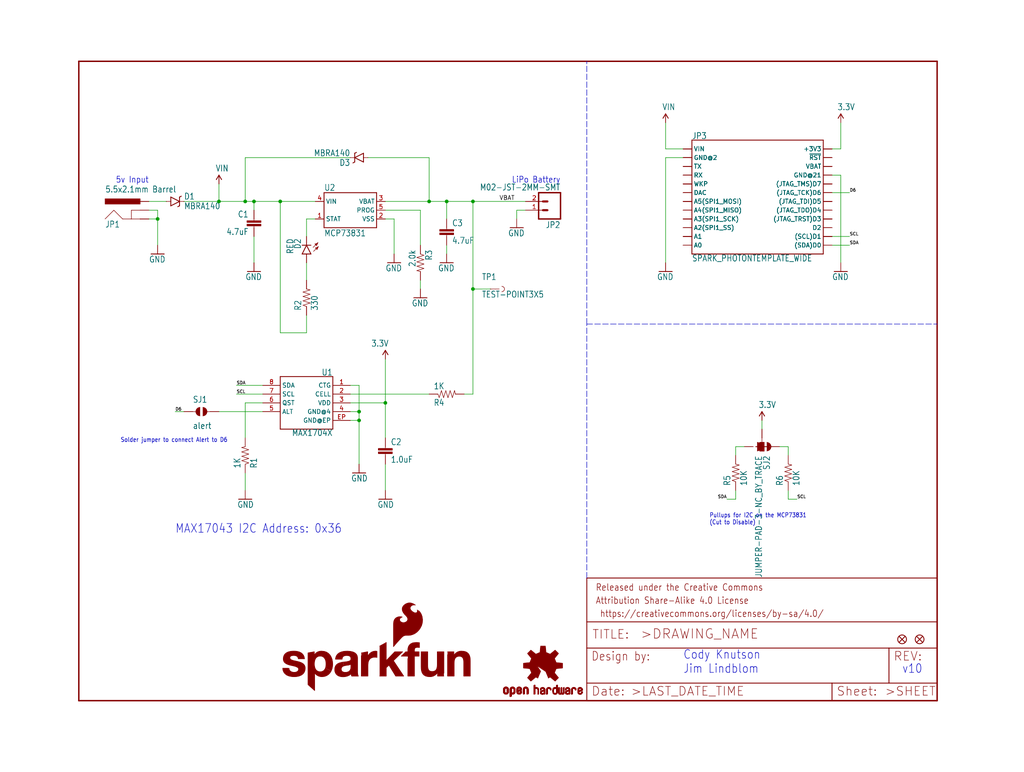
<source format=kicad_sch>
(kicad_sch (version 20211123) (generator eeschema)
  (paper "User" 297.002 223.926)
  (lib_symbols
    (symbol "eagleSchem-eagle-import:1.0UF-16V-10%(0603)"
      (property "Reference" "C" (at 1.524 2.921 0))
      (property "Value" "1.0UF-16V-10%(0603)" (at 1.524 -2.159 0))
      (symbol "1.0UF-16V-10%(0603)_1_0"
        (pin passive line (at 0 5.08 270) (length 2.54) (name "1") (number "1"))
        (pin passive line (at 0 -2.54 90) (length 2.54) (name "2") (number "2"))
      )
    )
    (symbol "eagleSchem-eagle-import:10KOHM-1{slash}10W-1%(0603)0603"
      (property "Reference" "R" (at -3.81 1.4986 0))
      (property "Value" "10KOHM-1{slash}10W-1%(0603)0603" (at -3.81 -3.302 0))
      (symbol "10KOHM-1{slash}10W-1%(0603)0603_1_0"
        (pin passive line (at -5.08 0 0) (length 2.54) (name "1") (number "1"))
        (pin passive line (at 5.08 0 180) (length 2.54) (name "2") (number "2"))
      )
    )
    (symbol "eagleSchem-eagle-import:1KOHM-1{slash}10W-1%(0603)"
      (property "Reference" "R" (at -3.81 1.4986 0))
      (property "Value" "1KOHM-1{slash}10W-1%(0603)" (at -3.81 -3.302 0))
      (symbol "1KOHM-1{slash}10W-1%(0603)_1_0"
        (pin passive line (at -5.08 0 0) (length 2.54) (name "1") (number "1"))
        (pin passive line (at 5.08 0 180) (length 2.54) (name "2") (number "2"))
      )
    )
    (symbol "eagleSchem-eagle-import:2.0KOHM1{slash}10W5%(0603)"
      (property "Reference" "R" (at -3.81 1.4986 0))
      (property "Value" "2.0KOHM1{slash}10W5%(0603)" (at -3.81 -3.302 0))
      (symbol "2.0KOHM1{slash}10W5%(0603)_1_0"
        (pin passive line (at -5.08 0 0) (length 2.54) (name "1") (number "1"))
        (pin passive line (at 5.08 0 180) (length 2.54) (name "2") (number "2"))
      )
    )
    (symbol "eagleSchem-eagle-import:3.3V" (power)
      (property "Value" "3.3V" (at -1.016 3.556 0))
      (symbol "3.3V_1_0"
        (pin power_in line (at 0 0 90) (length 2.54) (name "3.3V") (number "1"))
      )
    )
    (symbol "eagleSchem-eagle-import:330OHM1{slash}10W1%(0603)"
      (property "Reference" "R" (at -3.81 1.4986 0))
      (property "Value" "330OHM1{slash}10W1%(0603)" (at -3.81 -3.302 0))
      (symbol "330OHM1{slash}10W1%(0603)_1_0"
        (pin passive line (at -5.08 0 0) (length 2.54) (name "1") (number "1"))
        (pin passive line (at 5.08 0 180) (length 2.54) (name "2") (number "2"))
      )
    )
    (symbol "eagleSchem-eagle-import:4.7UF-6.3V-10%(0603)0603"
      (property "Reference" "C" (at 1.524 2.921 0))
      (property "Value" "4.7UF-6.3V-10%(0603)0603" (at 1.524 -2.159 0))
      (symbol "4.7UF-6.3V-10%(0603)0603_1_0"
        (pin passive line (at 0 5.08 270) (length 2.54) (name "1") (number "1"))
        (pin passive line (at 0 -2.54 90) (length 2.54) (name "2") (number "2"))
      )
    )
    (symbol "eagleSchem-eagle-import:DIODE-SCHOTTKY-MBRA140"
      (property "Reference" "D" (at 2.54 0.4826 0))
      (property "Value" "DIODE-SCHOTTKY-MBRA140" (at 2.54 -2.3114 0))
      (symbol "DIODE-SCHOTTKY-MBRA140_1_0"
        (pin passive line (at -2.54 0 0) (length 0) (name "A") (number "A"))
        (pin passive line (at 2.54 0 180) (length 0) (name "C") (number "C"))
      )
    )
    (symbol "eagleSchem-eagle-import:FIDUCIAL1X2")
    (symbol "eagleSchem-eagle-import:FRAME-LETTER"
      (symbol "FRAME-LETTER_2_0"
        (text " https://creativecommons.org/licenses/by-sa/4.0/" (at 2.54 24.13 0) (effects (font (size 1.9304 1.6408)) (justify left bottom)))
        (text ">DRAWING_NAME" (at 15.494 17.78 0) (effects (font (size 2.7432 2.7432)) (justify left bottom)))
        (text ">LAST_DATE_TIME" (at 12.7 1.27 0) (effects (font (size 2.54 2.54)) (justify left bottom)))
        (text ">SHEET" (at 86.36 1.27 0) (effects (font (size 2.54 2.54)) (justify left bottom)))
        (text "Attribution Share-Alike 4.0 License" (at 2.54 27.94 0) (effects (font (size 1.9304 1.6408)) (justify left bottom)))
        (text "Date:" (at 1.27 1.27 0) (effects (font (size 2.54 2.54)) (justify left bottom)))
        (text "Design by:" (at 1.27 11.43 0) (effects (font (size 2.54 2.159)) (justify left bottom)))
        (text "Released under the Creative Commons" (at 2.54 31.75 0) (effects (font (size 1.9304 1.6408)) (justify left bottom)))
        (text "REV:" (at 88.9 11.43 0) (effects (font (size 2.54 2.54)) (justify left bottom)))
        (text "Sheet:" (at 72.39 1.27 0) (effects (font (size 2.54 2.54)) (justify left bottom)))
        (text "TITLE:" (at 1.524 17.78 0) (effects (font (size 2.54 2.54)) (justify left bottom)))
      )
    )
    (symbol "eagleSchem-eagle-import:GND" (power)
      (property "Value" "GND" (at -2.54 -2.54 0))
      (symbol "GND_1_0"
        (pin power_in line (at 0 2.54 270) (length 2.54) (name "GND") (number "1"))
      )
    )
    (symbol "eagleSchem-eagle-import:JUMPER-PAD-2-NOYES_SILK"
      (property "Reference" "SJ" (at -2.54 2.54 0))
      (property "Value" "JUMPER-PAD-2-NOYES_SILK" (at -2.54 -5.08 0))
      (symbol "JUMPER-PAD-2-NOYES_SILK_1_0"
        (pin passive line (at -5.08 0 0) (length 2.54) (name "1") (number "1"))
        (pin passive line (at 5.08 0 180) (length 2.54) (name "2") (number "2"))
      )
    )
    (symbol "eagleSchem-eagle-import:JUMPER-PAD-3-NC_BY_TRACE"
      (property "Reference" "SJ" (at 2.54 0.381 0))
      (property "Value" "JUMPER-PAD-3-NC_BY_TRACE" (at 2.54 -1.905 0))
      (symbol "JUMPER-PAD-3-NC_BY_TRACE_1_0"
        (pin passive line (at 0 5.08 270) (length 2.54) (name "1") (number "1"))
        (pin passive line (at -5.08 0 0) (length 2.54) (name "2") (number "2"))
        (pin passive line (at 0 -5.08 90) (length 2.54) (name "3") (number "3"))
      )
    )
    (symbol "eagleSchem-eagle-import:LED-RED0603"
      (property "Reference" "D" (at 3.556 -4.572 90))
      (property "Value" "LED-RED0603" (at 5.715 -4.572 90))
      (symbol "LED-RED0603_1_0"
        (pin passive line (at 0 2.54 270) (length 2.54) (name "A") (number "A"))
        (pin passive line (at 0 -5.08 90) (length 2.54) (name "C") (number "C"))
      )
    )
    (symbol "eagleSchem-eagle-import:M02-JST-2MM-SMT"
      (property "Reference" "JP" (at -2.54 5.842 0))
      (property "Value" "M02-JST-2MM-SMT" (at -2.54 -5.08 0))
      (symbol "M02-JST-2MM-SMT_1_0"
        (pin passive line (at 7.62 2.54 180) (length 5.08) (name "2") (number "1"))
        (pin passive line (at 7.62 0 180) (length 5.08) (name "1") (number "2"))
      )
    )
    (symbol "eagleSchem-eagle-import:MAX1704X"
      (property "Reference" "U" (at -7.62 7.874 0))
      (property "Value" "MAX1704X" (at -7.62 -9.652 0))
      (symbol "MAX1704X_1_0"
        (pin bidirectional line (at -12.7 5.08 0) (length 5.08) (name "CTG") (number "1"))
        (pin bidirectional line (at -12.7 2.54 0) (length 5.08) (name "CELL") (number "2"))
        (pin bidirectional line (at -12.7 0 0) (length 5.08) (name "VDD") (number "3"))
        (pin bidirectional line (at -12.7 -2.54 0) (length 5.08) (name "GND@4") (number "4"))
        (pin bidirectional line (at 12.7 -2.54 180) (length 5.08) (name "ALT") (number "5"))
        (pin bidirectional line (at 12.7 0 180) (length 5.08) (name "QST") (number "6"))
        (pin bidirectional line (at 12.7 2.54 180) (length 5.08) (name "SCL") (number "7"))
        (pin bidirectional line (at 12.7 5.08 180) (length 5.08) (name "SDA") (number "8"))
        (pin bidirectional line (at -12.7 -5.08 0) (length 5.08) (name "GND@EP") (number "EP"))
      )
    )
    (symbol "eagleSchem-eagle-import:MCP73831"
      (property "Reference" "U" (at -7.62 5.588 0))
      (property "Value" "MCP73831" (at -7.62 -7.62 0))
      (symbol "MCP73831_1_0"
        (pin output line (at -10.16 -2.54 0) (length 2.54) (name "STAT") (number "1"))
        (pin power_in line (at 10.16 -2.54 180) (length 2.54) (name "VSS") (number "2"))
        (pin power_in line (at 10.16 2.54 180) (length 2.54) (name "VBAT") (number "3"))
        (pin power_in line (at -10.16 2.54 0) (length 2.54) (name "VIN") (number "4"))
        (pin input line (at 10.16 0 180) (length 2.54) (name "PROG") (number "5"))
      )
    )
    (symbol "eagleSchem-eagle-import:OSHW-LOGOS")
    (symbol "eagleSchem-eagle-import:POWER_JACKSMD"
      (property "Reference" "JP" (at -10.16 0 0))
      (property "Value" "POWER_JACKSMD" (at -10.16 10.16 0))
      (symbol "POWER_JACKSMD_1_0"
        (pin bidirectional line (at 2.54 5.08 180) (length 2.54) (name "GNDBREAK") (number "GND"))
        (pin bidirectional line (at 2.54 2.54 180) (length 2.54) (name "GND") (number "P$4"))
        (pin bidirectional line (at 2.54 7.62 180) (length 2.54) (name "PWR") (number "VIN0"))
      )
    )
    (symbol "eagleSchem-eagle-import:SFE_LOGO_NAME_FLAME.1_INCH")
    (symbol "eagleSchem-eagle-import:SPARK_PHOTONTEMPLATE_WIDE"
      (property "Reference" "JP" (at -20.32 18.034 0))
      (property "Value" "SPARK_PHOTONTEMPLATE_WIDE" (at -20.32 -15.494 0))
      (symbol "SPARK_PHOTONTEMPLATE_WIDE_1_0"
        (pin bidirectional line (at -22.86 15.24 0) (length 2.54) (name "VIN") (number "1"))
        (pin bidirectional line (at -22.86 -7.62 0) (length 2.54) (name "A2(SPI1_SS)") (number "10"))
        (pin bidirectional line (at -22.86 -10.16 0) (length 2.54) (name "A1") (number "11"))
        (pin bidirectional line (at -22.86 -12.7 0) (length 2.54) (name "A0") (number "12"))
        (pin bidirectional line (at 20.32 -12.7 180) (length 2.54) (name "(SDA)D0") (number "13"))
        (pin bidirectional line (at 20.32 -10.16 180) (length 2.54) (name "(SCL)D1") (number "14"))
        (pin bidirectional line (at 20.32 -7.62 180) (length 2.54) (name "D2") (number "15"))
        (pin bidirectional line (at 20.32 -5.08 180) (length 2.54) (name "(JTAG_TRST)D3") (number "16"))
        (pin bidirectional line (at 20.32 -2.54 180) (length 2.54) (name "(JTAG_TDO)D4") (number "17"))
        (pin bidirectional line (at 20.32 0 180) (length 2.54) (name "(JTAG_TDI)D5") (number "18"))
        (pin bidirectional line (at 20.32 2.54 180) (length 2.54) (name "(JTAG_TCK)D6") (number "19"))
        (pin bidirectional line (at -22.86 12.7 0) (length 2.54) (name "GND@2") (number "2"))
        (pin bidirectional line (at 20.32 5.08 180) (length 2.54) (name "(JTAG_TMS)D7") (number "20"))
        (pin bidirectional line (at 20.32 7.62 180) (length 2.54) (name "GND@21") (number "21"))
        (pin bidirectional line (at 20.32 10.16 180) (length 2.54) (name "VBAT") (number "22"))
        (pin bidirectional line (at 20.32 12.7 180) (length 2.54) (name "~{RST}") (number "23"))
        (pin bidirectional line (at 20.32 15.24 180) (length 2.54) (name "+3V3") (number "24"))
        (pin bidirectional line (at -22.86 10.16 0) (length 2.54) (name "TX") (number "3"))
        (pin bidirectional line (at 20.32 15.24 180) (length 2.54) (name "+3V3") (number "3V3"))
        (pin bidirectional line (at -22.86 7.62 0) (length 2.54) (name "RX") (number "4"))
        (pin bidirectional line (at -22.86 5.08 0) (length 2.54) (name "WKP") (number "5"))
        (pin bidirectional line (at -22.86 2.54 0) (length 2.54) (name "DAC") (number "6"))
        (pin bidirectional line (at -22.86 0 0) (length 2.54) (name "A5(SPI1_MOSI)") (number "7"))
        (pin bidirectional line (at -22.86 -2.54 0) (length 2.54) (name "A4(SPI1_MISO)") (number "8"))
        (pin bidirectional line (at -22.86 -5.08 0) (length 2.54) (name "A3(SPI1_SCK)") (number "9"))
        (pin bidirectional line (at -22.86 -12.7 0) (length 2.54) (name "A0") (number "A0"))
        (pin bidirectional line (at -22.86 -10.16 0) (length 2.54) (name "A1") (number "A1"))
        (pin bidirectional line (at -22.86 -7.62 0) (length 2.54) (name "A2(SPI1_SS)") (number "A2"))
        (pin bidirectional line (at -22.86 -5.08 0) (length 2.54) (name "A3(SPI1_SCK)") (number "A3"))
        (pin bidirectional line (at -22.86 -2.54 0) (length 2.54) (name "A4(SPI1_MISO)") (number "A4"))
        (pin bidirectional line (at -22.86 0 0) (length 2.54) (name "A5(SPI1_MOSI)") (number "A5"))
        (pin bidirectional line (at 20.32 -12.7 180) (length 2.54) (name "(SDA)D0") (number "D0"))
        (pin bidirectional line (at 20.32 -10.16 180) (length 2.54) (name "(SCL)D1") (number "D1"))
        (pin bidirectional line (at 20.32 -7.62 180) (length 2.54) (name "D2") (number "D2"))
        (pin bidirectional line (at 20.32 -5.08 180) (length 2.54) (name "(JTAG_TRST)D3") (number "D3"))
        (pin bidirectional line (at 20.32 -2.54 180) (length 2.54) (name "(JTAG_TDO)D4") (number "D4"))
        (pin bidirectional line (at 20.32 0 180) (length 2.54) (name "(JTAG_TDI)D5") (number "D5"))
        (pin bidirectional line (at 20.32 2.54 180) (length 2.54) (name "(JTAG_TCK)D6") (number "D6"))
        (pin bidirectional line (at 20.32 5.08 180) (length 2.54) (name "(JTAG_TMS)D7") (number "D7"))
        (pin bidirectional line (at -22.86 2.54 0) (length 2.54) (name "DAC") (number "DAC"))
        (pin bidirectional line (at -22.86 12.7 0) (length 2.54) (name "GND@2") (number "GND@0"))
        (pin bidirectional line (at 20.32 7.62 180) (length 2.54) (name "GND@21") (number "GND@2"))
        (pin bidirectional line (at 20.32 12.7 180) (length 2.54) (name "~{RST}") (number "RST"))
        (pin bidirectional line (at -22.86 7.62 0) (length 2.54) (name "RX") (number "RX"))
        (pin bidirectional line (at -22.86 10.16 0) (length 2.54) (name "TX") (number "TX"))
        (pin bidirectional line (at 20.32 10.16 180) (length 2.54) (name "VBAT") (number "VBAT"))
        (pin bidirectional line (at -22.86 15.24 0) (length 2.54) (name "VIN") (number "VIN"))
        (pin bidirectional line (at -22.86 5.08 0) (length 2.54) (name "WKP") (number "WKP"))
      )
    )
    (symbol "eagleSchem-eagle-import:TEST-POINT3X5"
      (property "Reference" "TP" (at -2.54 2.54 0))
      (property "Value" "TEST-POINT3X5" (at -2.54 -2.54 0))
      (symbol "TEST-POINT3X5_1_0"
        (pin bidirectional line (at 0 0 180) (length 0) (name "1") (number "P$1"))
      )
    )
    (symbol "eagleSchem-eagle-import:VIN" (power)
      (property "Value" "VIN" (at -1.016 3.556 0))
      (symbol "VIN_1_0"
        (pin power_in line (at 0 0 90) (length 2.54) (name "VIN") (number "1"))
      )
    )
  )
  (junction (at 81.28 58.42))
  (junction (at 137.16 83.82))
  (junction (at 104.14 119.38))
  (junction (at 104.14 121.92))
  (junction (at 71.12 58.42))
  (junction (at 111.76 116.84))
  (junction (at 45.72 63.5))
  (junction (at 73.66 58.42))
  (junction (at 137.16 58.42))
  (junction (at 63.5 58.42))
  (junction (at 129.54 58.42))
  (junction (at 124.46 58.42))
  (wire (pts (xy 45.72 60.96) (xy 45.72 63.5)))
  (wire (pts (xy 111.76 134.62) (xy 111.76 142.24)))
  (wire (pts (xy 71.12 116.84) (xy 71.12 127)))
  (wire (pts (xy 101.6 45.72) (xy 71.12 45.72)))
  (wire (pts (xy 129.54 71.12) (xy 129.54 73.66)))
  (wire (pts (xy 124.46 58.42) (xy 129.54 58.42)))
  (wire (pts (xy 43.18 58.42) (xy 48.26 58.42)))
  (wire (pts (xy 137.16 58.42) (xy 129.54 58.42)))
  (wire (pts (xy 81.28 96.52) (xy 88.9 96.52)))
  (wire (pts (xy 76.2 116.84) (xy 71.12 116.84)))
  (wire (pts (xy 101.6 121.92) (xy 104.14 121.92)))
  (wire (pts (xy 213.36 144.78) (xy 210.82 144.78)))
  (wire (pts (xy 106.68 45.72) (xy 124.46 45.72)))
  (wire (pts (xy 76.2 111.76) (xy 68.58 111.76)))
  (wire (pts (xy 81.28 58.42) (xy 73.66 58.42)))
  (wire (pts (xy 45.72 63.5) (xy 45.72 71.12)))
  (wire (pts (xy 104.14 119.38) (xy 104.14 121.92)))
  (wire (pts (xy 71.12 45.72) (xy 71.12 58.42)))
  (wire (pts (xy 53.34 119.38) (xy 50.8 119.38)))
  (wire (pts (xy 243.84 43.18) (xy 243.84 35.56)))
  (wire (pts (xy 213.36 129.54) (xy 215.9 129.54)))
  (wire (pts (xy 101.6 111.76) (xy 104.14 111.76)))
  (wire (pts (xy 228.6 129.54) (xy 228.6 132.08)))
  (wire (pts (xy 193.04 43.18) (xy 193.04 35.56)))
  (wire (pts (xy 104.14 121.92) (xy 104.14 134.62)))
  (polyline (pts (xy 170.18 167.64) (xy 170.18 93.98)))
  (wire (pts (xy 137.16 58.42) (xy 137.16 83.82)))
  (wire (pts (xy 226.06 129.54) (xy 228.6 129.54)))
  (wire (pts (xy 137.16 83.82) (xy 137.16 114.3)))
  (wire (pts (xy 241.3 71.12) (xy 246.38 71.12)))
  (wire (pts (xy 228.6 142.24) (xy 228.6 144.78)))
  (wire (pts (xy 111.76 127) (xy 111.76 116.84)))
  (wire (pts (xy 198.12 45.72) (xy 193.04 45.72)))
  (wire (pts (xy 71.12 58.42) (xy 73.66 58.42)))
  (polyline (pts (xy 170.18 93.98) (xy 271.78 93.98)))
  (wire (pts (xy 149.86 60.96) (xy 149.86 63.5)))
  (wire (pts (xy 129.54 58.42) (xy 129.54 63.5)))
  (wire (pts (xy 76.2 114.3) (xy 68.58 114.3)))
  (wire (pts (xy 241.3 68.58) (xy 246.38 68.58)))
  (wire (pts (xy 88.9 63.5) (xy 91.44 63.5)))
  (wire (pts (xy 241.3 43.18) (xy 243.84 43.18)))
  (wire (pts (xy 228.6 144.78) (xy 231.14 144.78)))
  (wire (pts (xy 241.3 50.8) (xy 243.84 50.8)))
  (wire (pts (xy 63.5 58.42) (xy 71.12 58.42)))
  (wire (pts (xy 63.5 58.42) (xy 63.5 53.34)))
  (wire (pts (xy 111.76 58.42) (xy 124.46 58.42)))
  (wire (pts (xy 88.9 68.58) (xy 88.9 63.5)))
  (wire (pts (xy 220.98 124.46) (xy 220.98 121.92)))
  (wire (pts (xy 124.46 45.72) (xy 124.46 58.42)))
  (wire (pts (xy 241.3 55.88) (xy 246.38 55.88)))
  (wire (pts (xy 111.76 63.5) (xy 114.3 63.5)))
  (wire (pts (xy 71.12 137.16) (xy 71.12 142.24)))
  (wire (pts (xy 243.84 50.8) (xy 243.84 76.2)))
  (wire (pts (xy 111.76 60.96) (xy 121.92 60.96)))
  (wire (pts (xy 101.6 119.38) (xy 104.14 119.38)))
  (wire (pts (xy 76.2 119.38) (xy 63.5 119.38)))
  (wire (pts (xy 213.36 142.24) (xy 213.36 144.78)))
  (wire (pts (xy 88.9 96.52) (xy 88.9 91.44)))
  (wire (pts (xy 73.66 76.2) (xy 73.66 68.58)))
  (wire (pts (xy 193.04 45.72) (xy 193.04 76.2)))
  (wire (pts (xy 73.66 58.42) (xy 73.66 60.96)))
  (polyline (pts (xy 170.18 93.98) (xy 170.18 17.78)))
  (wire (pts (xy 88.9 81.28) (xy 88.9 76.2)))
  (wire (pts (xy 81.28 58.42) (xy 81.28 96.52)))
  (wire (pts (xy 43.18 60.96) (xy 45.72 60.96)))
  (wire (pts (xy 121.92 60.96) (xy 121.92 71.12)))
  (wire (pts (xy 142.24 83.82) (xy 137.16 83.82)))
  (wire (pts (xy 81.28 58.42) (xy 91.44 58.42)))
  (wire (pts (xy 104.14 111.76) (xy 104.14 119.38)))
  (wire (pts (xy 121.92 83.82) (xy 121.92 81.28)))
  (wire (pts (xy 213.36 132.08) (xy 213.36 129.54)))
  (wire (pts (xy 198.12 43.18) (xy 193.04 43.18)))
  (wire (pts (xy 114.3 63.5) (xy 114.3 73.66)))
  (wire (pts (xy 43.18 63.5) (xy 45.72 63.5)))
  (wire (pts (xy 124.46 114.3) (xy 101.6 114.3)))
  (wire (pts (xy 137.16 114.3) (xy 134.62 114.3)))
  (wire (pts (xy 149.86 60.96) (xy 152.4 60.96)))
  (wire (pts (xy 111.76 116.84) (xy 111.76 104.14)))
  (wire (pts (xy 53.34 58.42) (xy 63.5 58.42)))
  (wire (pts (xy 101.6 116.84) (xy 111.76 116.84)))
  (wire (pts (xy 137.16 58.42) (xy 152.4 58.42)))
  (text "v10" (at 261.62 195.58 180) (effects (font (size 2.54 2.159)) (justify left bottom)))
  (text "MAX17043 I2C Address: 0x36" (at 50.8 154.94 180) (effects (font (size 2.54 2.159)) (justify left bottom)))
  (text "5v Input" (at 43.18 53.34 180) (effects (font (size 1.778 1.5113)) (justify right bottom)))
  (text "Solder jumper to connect Alert to D6" (at 66.04 127 180) (effects (font (size 1.27 1.0795)) (justify right top)))
  (text "Pullups for I2C on the MCP73831\n(Cut to Disable)" (at 205.74 152.4 180) (effects (font (size 1.27 1.0795)) (justify left bottom)))
  (text "LiPo Battery" (at 162.56 53.34 180) (effects (font (size 1.778 1.5113)) (justify right bottom)))
  (text "Cody Knutson\nJim Lindblom" (at 198.12 195.58 180) (effects (font (size 2.54 2.159)) (justify left bottom)))
  (label "SCL" (at 246.38 68.58 0) (effects (font (size 0.889 0.889))))
  (label "D6" (at 246.38 55.88 0) (effects (font (size 0.889 0.889))))
  (label "D6" (at 50.8 119.38 0) (effects (font (size 0.889 0.889))))
  (label "SCL" (at 68.58 114.3 0) (effects (font (size 0.889 0.889))))
  (label "SCL" (at 231.14 144.78 0) (effects (font (size 0.889 0.889))))
  (label "VBAT" (at 144.78 58.42 0) (effects (font (size 1.2446 1.2446))))
  (label "SDA" (at 246.38 71.12 0) (effects (font (size 0.889 0.889))))
  (label "SDA" (at 68.58 111.76 0) (effects (font (size 0.889 0.889))))
  (label "SDA" (at 210.82 144.78 180) (effects (font (size 0.889 0.889))))
  (symbol (lib_id "eagleSchem-eagle-import:GND") (at 129.54 76.2 0) (unit 1)
    (property "Reference" "#GND8" (effects hide))
    (property "Value" "GND" (at 127 78.74 0) (effects (font (size 1.778 1.5113)) (justify left bottom)))
    (property "Footprint" "eagleSchem:" (effects hide))
  )
  (symbol (lib_id "eagleSchem-eagle-import:GND") (at 73.66 78.74 0) (unit 1)
    (property "Reference" "#GND3" (effects hide))
    (property "Value" "GND" (at 71.12 81.28 0) (effects (font (size 1.778 1.5113)) (justify left bottom)))
    (property "Footprint" "eagleSchem:" (effects hide))
  )
  (symbol (lib_id "eagleSchem-eagle-import:M02-JST-2MM-SMT") (at 160.02 58.42 180) (unit 1)
    (property "Reference" "JP2" (at 162.56 64.262 0) (effects (font (size 1.778 1.5113)) (justify left bottom)))
    (property "Value" "M02-JST-2MM-SMT" (at 162.56 53.34 0) (effects (font (size 1.778 1.5113)) (justify left bottom)))
    (property "Footprint" "eagleSchem:JST-2-SMD" (effects hide))
  )
  (symbol (lib_id "eagleSchem-eagle-import:JUMPER-PAD-3-NC_BY_TRACE") (at 220.98 129.54 270) (unit 1)
    (property "Reference" "SJ2" (at 221.361 132.08 0) (effects (font (size 1.778 1.5113)) (justify left bottom)))
    (property "Value" "JUMPER-PAD-3-NC_BY_TRACE" (at 219.075 132.08 0) (effects (font (size 1.778 1.5113)) (justify left bottom)))
    (property "Footprint" "eagleSchem:PAD-JUMPER-3-3OF3_NC_BY_TRACE_YES_SILK_FULL_BOX" (effects hide))
  )
  (symbol (lib_id "eagleSchem-eagle-import:VIN") (at 193.04 35.56 0) (unit 1)
    (property "Reference" "#SUPPLY3" (effects hide))
    (property "Value" "VIN" (at 192.024 32.004 0) (effects (font (size 1.778 1.5113)) (justify left bottom)))
    (property "Footprint" "eagleSchem:" (effects hide))
  )
  (symbol (lib_id "eagleSchem-eagle-import:3.3V") (at 111.76 104.14 0) (mirror y) (unit 1)
    (property "Reference" "#SUPPLY2" (effects hide))
    (property "Value" "3.3V" (at 112.776 100.584 0) (effects (font (size 1.778 1.5113)) (justify left bottom)))
    (property "Footprint" "eagleSchem:" (effects hide))
  )
  (symbol (lib_id "eagleSchem-eagle-import:TEST-POINT3X5") (at 142.24 83.82 0) (unit 1)
    (property "Reference" "TP1" (at 139.7 81.28 0) (effects (font (size 1.778 1.5113)) (justify left bottom)))
    (property "Value" "TEST-POINT3X5" (at 139.7 86.36 0) (effects (font (size 1.778 1.5113)) (justify left bottom)))
    (property "Footprint" "eagleSchem:PAD.03X.05" (effects hide))
  )
  (symbol (lib_id "eagleSchem-eagle-import:VIN") (at 63.5 53.34 0) (unit 1)
    (property "Reference" "#SUPPLY1" (effects hide))
    (property "Value" "VIN" (at 62.484 49.784 0) (effects (font (size 1.778 1.5113)) (justify left bottom)))
    (property "Footprint" "eagleSchem:" (effects hide))
  )
  (symbol (lib_id "eagleSchem-eagle-import:2.0KOHM1{slash}10W5%(0603)") (at 121.92 76.2 270) (unit 1)
    (property "Reference" "R3" (at 123.4186 72.39 0) (effects (font (size 1.778 1.5113)) (justify left bottom)))
    (property "Value" "2.0k" (at 118.618 72.39 0) (effects (font (size 1.778 1.5113)) (justify left bottom)))
    (property "Footprint" "eagleSchem:0603-RES" (effects hide))
  )
  (symbol (lib_id "eagleSchem-eagle-import:SPARK_PHOTONTEMPLATE_WIDE") (at 220.98 58.42 0) (unit 1)
    (property "Reference" "JP3" (at 200.66 40.386 0) (effects (font (size 1.778 1.5113)) (justify left bottom)))
    (property "Value" "SPARK_PHOTONTEMPLATE_WIDE" (at 200.66 73.914 0) (effects (font (size 1.778 1.5113)) (justify left top)))
    (property "Footprint" "eagleSchem:SPARK_PHOTON_TEMPLATE_WIDE" (effects hide))
  )
  (symbol (lib_id "eagleSchem-eagle-import:DIODE-SCHOTTKY-MBRA140") (at 50.8 58.42 0) (unit 1)
    (property "Reference" "D1" (at 53.34 57.9374 0) (effects (font (size 1.778 1.5113)) (justify left bottom)))
    (property "Value" "MBRA140" (at 53.34 60.7314 0) (effects (font (size 1.778 1.5113)) (justify left bottom)))
    (property "Footprint" "eagleSchem:SMA-DIODE" (effects hide))
  )
  (symbol (lib_id "eagleSchem-eagle-import:FRAME-LETTER") (at 170.18 203.2 0) (unit 2)
    (property "Reference" "FRAME1" (effects hide))
    (property "Value" "FRAME-LETTER" (effects hide))
    (property "Footprint" "eagleSchem:CREATIVE_COMMONS" (effects hide))
  )
  (symbol (lib_id "eagleSchem-eagle-import:330OHM1{slash}10W1%(0603)") (at 88.9 86.36 90) (unit 1)
    (property "Reference" "R2" (at 87.4014 90.17 0) (effects (font (size 1.778 1.5113)) (justify left bottom)))
    (property "Value" "330" (at 92.202 90.17 0) (effects (font (size 1.778 1.5113)) (justify left bottom)))
    (property "Footprint" "eagleSchem:0603-RES" (effects hide))
  )
  (symbol (lib_id "eagleSchem-eagle-import:GND") (at 114.3 76.2 0) (unit 1)
    (property "Reference" "#GND6" (effects hide))
    (property "Value" "GND" (at 111.76 78.74 0) (effects (font (size 1.778 1.5113)) (justify left bottom)))
    (property "Footprint" "eagleSchem:" (effects hide))
  )
  (symbol (lib_id "eagleSchem-eagle-import:4.7UF-6.3V-10%(0603)0603") (at 129.54 68.58 0) (unit 1)
    (property "Reference" "C3" (at 131.064 65.659 0) (effects (font (size 1.778 1.5113)) (justify left bottom)))
    (property "Value" "4.7uF" (at 131.064 70.739 0) (effects (font (size 1.778 1.5113)) (justify left bottom)))
    (property "Footprint" "eagleSchem:0603-CAP" (effects hide))
  )
  (symbol (lib_id "eagleSchem-eagle-import:1KOHM-1{slash}10W-1%(0603)") (at 71.12 132.08 270) (mirror x) (unit 1)
    (property "Reference" "R1" (at 72.6186 135.89 0) (effects (font (size 1.778 1.5113)) (justify left bottom)))
    (property "Value" "1K" (at 67.818 135.89 0) (effects (font (size 1.778 1.5113)) (justify left bottom)))
    (property "Footprint" "eagleSchem:0603-RES" (effects hide))
  )
  (symbol (lib_id "eagleSchem-eagle-import:GND") (at 111.76 144.78 0) (mirror y) (unit 1)
    (property "Reference" "#GND5" (effects hide))
    (property "Value" "GND" (at 114.3 147.32 0) (effects (font (size 1.778 1.5113)) (justify left bottom)))
    (property "Footprint" "eagleSchem:" (effects hide))
  )
  (symbol (lib_id "eagleSchem-eagle-import:GND") (at 121.92 86.36 0) (unit 1)
    (property "Reference" "#GND7" (effects hide))
    (property "Value" "GND" (at 119.38 88.9 0) (effects (font (size 1.778 1.5113)) (justify left bottom)))
    (property "Footprint" "eagleSchem:" (effects hide))
  )
  (symbol (lib_id "eagleSchem-eagle-import:SFE_LOGO_NAME_FLAME.1_INCH") (at 81.28 200.66 0) (unit 1)
    (property "Reference" "LOGO3" (effects hide))
    (property "Value" "SFE_LOGO_NAME_FLAME.1_INCH" (effects hide))
    (property "Footprint" "eagleSchem:SFE_LOGO_NAME_FLAME_.1" (effects hide))
  )
  (symbol (lib_id "eagleSchem-eagle-import:10KOHM-1{slash}10W-1%(0603)0603") (at 228.6 137.16 90) (unit 1)
    (property "Reference" "R6" (at 227.1014 140.97 0) (effects (font (size 1.778 1.5113)) (justify left bottom)))
    (property "Value" "10K" (at 231.902 140.97 0) (effects (font (size 1.778 1.5113)) (justify left bottom)))
    (property "Footprint" "eagleSchem:0603-RES" (effects hide))
  )
  (symbol (lib_id "eagleSchem-eagle-import:GND") (at 45.72 73.66 0) (unit 1)
    (property "Reference" "#GND1" (effects hide))
    (property "Value" "GND" (at 43.18 76.2 0) (effects (font (size 1.778 1.5113)) (justify left bottom)))
    (property "Footprint" "eagleSchem:" (effects hide))
  )
  (symbol (lib_id "eagleSchem-eagle-import:FIDUCIAL1X2") (at 261.62 185.42 0) (unit 1)
    (property "Reference" "FID1" (effects hide))
    (property "Value" "FIDUCIAL1X2" (effects hide))
    (property "Footprint" "eagleSchem:FIDUCIAL-1X2" (effects hide))
  )
  (symbol (lib_id "eagleSchem-eagle-import:POWER_JACKSMD") (at 40.64 66.04 0) (unit 1)
    (property "Reference" "JP1" (at 30.48 66.04 0) (effects (font (size 1.778 1.5113)) (justify left bottom)))
    (property "Value" "5.5x2.1mm Barrel" (at 30.48 55.88 0) (effects (font (size 1.778 1.5113)) (justify left bottom)))
    (property "Footprint" "eagleSchem:POWER_JACK_SMD" (effects hide))
  )
  (symbol (lib_id "eagleSchem-eagle-import:4.7UF-6.3V-10%(0603)0603") (at 73.66 66.04 0) (mirror y) (unit 1)
    (property "Reference" "C1" (at 72.136 63.119 0) (effects (font (size 1.778 1.5113)) (justify left bottom)))
    (property "Value" "4.7uF" (at 72.136 68.199 0) (effects (font (size 1.778 1.5113)) (justify left bottom)))
    (property "Footprint" "eagleSchem:0603-CAP" (effects hide))
  )
  (symbol (lib_id "eagleSchem-eagle-import:GND") (at 104.14 137.16 0) (mirror y) (unit 1)
    (property "Reference" "#GND4" (effects hide))
    (property "Value" "GND" (at 106.68 139.7 0) (effects (font (size 1.778 1.5113)) (justify left bottom)))
    (property "Footprint" "eagleSchem:" (effects hide))
  )
  (symbol (lib_id "eagleSchem-eagle-import:OSHW-LOGOS") (at 157.48 193.04 0) (unit 1)
    (property "Reference" "LOGO2" (effects hide))
    (property "Value" "OSHW-LOGOS" (effects hide))
    (property "Footprint" "eagleSchem:OSHW-LOGO-S" (effects hide))
  )
  (symbol (lib_id "eagleSchem-eagle-import:10KOHM-1{slash}10W-1%(0603)0603") (at 213.36 137.16 90) (unit 1)
    (property "Reference" "R5" (at 211.8614 140.97 0) (effects (font (size 1.778 1.5113)) (justify left bottom)))
    (property "Value" "10K" (at 216.662 140.97 0) (effects (font (size 1.778 1.5113)) (justify left bottom)))
    (property "Footprint" "eagleSchem:0603-RES" (effects hide))
  )
  (symbol (lib_id "eagleSchem-eagle-import:1KOHM-1{slash}10W-1%(0603)") (at 129.54 114.3 0) (mirror x) (unit 1)
    (property "Reference" "R4" (at 125.73 115.7986 0) (effects (font (size 1.778 1.5113)) (justify left bottom)))
    (property "Value" "1K" (at 125.73 110.998 0) (effects (font (size 1.778 1.5113)) (justify left bottom)))
    (property "Footprint" "eagleSchem:0603-RES" (effects hide))
  )
  (symbol (lib_id "eagleSchem-eagle-import:1.0UF-16V-10%(0603)") (at 111.76 132.08 0) (unit 1)
    (property "Reference" "C2" (at 113.284 129.159 0) (effects (font (size 1.778 1.5113)) (justify left bottom)))
    (property "Value" "1.0uF" (at 113.284 134.239 0) (effects (font (size 1.778 1.5113)) (justify left bottom)))
    (property "Footprint" "eagleSchem:0603-CAP" (effects hide))
  )
  (symbol (lib_id "eagleSchem-eagle-import:3.3V") (at 220.98 121.92 0) (unit 1)
    (property "Reference" "#SUPPLY4" (effects hide))
    (property "Value" "3.3V" (at 219.964 118.364 0) (effects (font (size 1.778 1.5113)) (justify left bottom)))
    (property "Footprint" "eagleSchem:" (effects hide))
  )
  (symbol (lib_id "eagleSchem-eagle-import:GND") (at 71.12 144.78 0) (mirror y) (unit 1)
    (property "Reference" "#GND2" (effects hide))
    (property "Value" "GND" (at 73.66 147.32 0) (effects (font (size 1.778 1.5113)) (justify left bottom)))
    (property "Footprint" "eagleSchem:" (effects hide))
  )
  (symbol (lib_id "eagleSchem-eagle-import:MCP73831") (at 101.6 60.96 0) (unit 1)
    (property "Reference" "U2" (at 93.98 55.372 0) (effects (font (size 1.778 1.5113)) (justify left bottom)))
    (property "Value" "MCP73831" (at 93.98 68.58 0) (effects (font (size 1.778 1.5113)) (justify left bottom)))
    (property "Footprint" "eagleSchem:SOT23-5" (effects hide))
  )
  (symbol (lib_id "eagleSchem-eagle-import:LED-RED0603") (at 88.9 73.66 180) (unit 1)
    (property "Reference" "D2" (at 85.344 69.088 90) (effects (font (size 1.778 1.5113)) (justify left bottom)))
    (property "Value" "RED" (at 83.185 69.088 90) (effects (font (size 1.778 1.5113)) (justify left bottom)))
    (property "Footprint" "eagleSchem:LED-0603" (effects hide))
  )
  (symbol (lib_id "eagleSchem-eagle-import:FRAME-LETTER") (at 22.86 203.2 0) (unit 1)
    (property "Reference" "FRAME1" (effects hide))
    (property "Value" "FRAME-LETTER" (effects hide))
    (property "Footprint" "eagleSchem:CREATIVE_COMMONS" (effects hide))
  )
  (symbol (lib_id "eagleSchem-eagle-import:DIODE-SCHOTTKY-MBRA140") (at 104.14 45.72 180) (unit 1)
    (property "Reference" "D3" (at 101.6 46.2026 0) (effects (font (size 1.778 1.5113)) (justify left bottom)))
    (property "Value" "MBRA140" (at 101.6 43.4086 0) (effects (font (size 1.778 1.5113)) (justify left bottom)))
    (property "Footprint" "eagleSchem:SMA-DIODE" (effects hide))
  )
  (symbol (lib_id "eagleSchem-eagle-import:FIDUCIAL1X2") (at 266.7 185.42 90) (unit 1)
    (property "Reference" "FID2" (effects hide))
    (property "Value" "FIDUCIAL1X2" (effects hide))
    (property "Footprint" "eagleSchem:FIDUCIAL-1X2" (effects hide))
  )
  (symbol (lib_id "eagleSchem-eagle-import:GND") (at 193.04 78.74 0) (unit 1)
    (property "Reference" "#GND10" (effects hide))
    (property "Value" "GND" (at 190.5 81.28 0) (effects (font (size 1.778 1.5113)) (justify left bottom)))
    (property "Footprint" "eagleSchem:" (effects hide))
  )
  (symbol (lib_id "eagleSchem-eagle-import:3.3V") (at 243.84 35.56 0) (unit 1)
    (property "Reference" "#SUPPLY5" (effects hide))
    (property "Value" "3.3V" (at 242.824 32.004 0) (effects (font (size 1.778 1.5113)) (justify left bottom)))
    (property "Footprint" "eagleSchem:" (effects hide))
  )
  (symbol (lib_id "eagleSchem-eagle-import:MAX1704X") (at 88.9 116.84 0) (mirror y) (unit 1)
    (property "Reference" "U1" (at 96.52 108.966 0) (effects (font (size 1.778 1.5113)) (justify left bottom)))
    (property "Value" "MAX1704X" (at 96.52 126.492 0) (effects (font (size 1.778 1.5113)) (justify left bottom)))
    (property "Footprint" "eagleSchem:TDFN-8" (effects hide))
  )
  (symbol (lib_id "eagleSchem-eagle-import:JUMPER-PAD-2-NOYES_SILK") (at 58.42 119.38 0) (unit 1)
    (property "Reference" "SJ1" (at 55.88 116.84 0) (effects (font (size 1.778 1.5113)) (justify left bottom)))
    (property "Value" "alert" (at 55.88 124.46 0) (effects (font (size 1.778 1.5113)) (justify left bottom)))
    (property "Footprint" "eagleSchem:PAD-JUMPER-2-NO_YES_SILK" (effects hide))
  )
  (symbol (lib_id "eagleSchem-eagle-import:GND") (at 149.86 66.04 0) (unit 1)
    (property "Reference" "#GND9" (effects hide))
    (property "Value" "GND" (at 147.32 68.58 0) (effects (font (size 1.778 1.5113)) (justify left bottom)))
    (property "Footprint" "eagleSchem:" (effects hide))
  )
  (symbol (lib_id "eagleSchem-eagle-import:GND") (at 243.84 78.74 0) (unit 1)
    (property "Reference" "#GND11" (effects hide))
    (property "Value" "GND" (at 241.3 81.28 0) (effects (font (size 1.778 1.5113)) (justify left bottom)))
    (property "Footprint" "eagleSchem:" (effects hide))
  )
)
</source>
